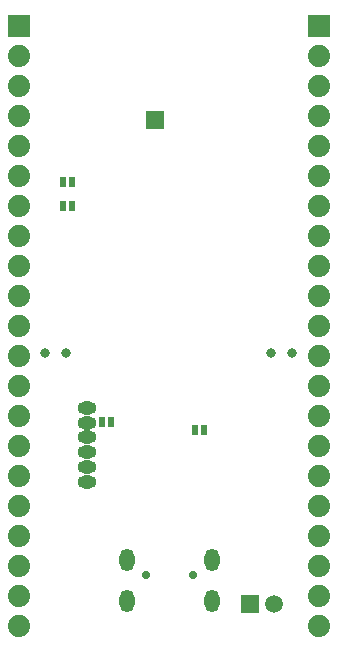
<source format=gbr>
G04 #@! TF.GenerationSoftware,KiCad,Pcbnew,5.1.6-c6e7f7d~87~ubuntu18.04.1*
G04 #@! TF.CreationDate,2020-11-11T15:50:36+02:00*
G04 #@! TF.ProjectId,ESP32-S2-DevKit-USB_Rev_B,45535033-322d-4533-922d-4465764b6974,B*
G04 #@! TF.SameCoordinates,Original*
G04 #@! TF.FileFunction,Soldermask,Bot*
G04 #@! TF.FilePolarity,Negative*
%FSLAX46Y46*%
G04 Gerber Fmt 4.6, Leading zero omitted, Abs format (unit mm)*
G04 Created by KiCad (PCBNEW 5.1.6-c6e7f7d~87~ubuntu18.04.1) date 2020-11-11 15:50:36*
%MOMM*%
%LPD*%
G01*
G04 APERTURE LIST*
%ADD10C,1.879600*%
%ADD11R,1.879600X1.879600*%
%ADD12C,1.501600*%
%ADD13R,1.501600X1.501600*%
%ADD14C,0.701600*%
%ADD15O,1.301600X1.901600*%
%ADD16C,0.801600*%
%ADD17R,0.609600X0.863600*%
%ADD18O,1.601600X1.101600*%
G04 APERTURE END LIST*
D10*
X156210000Y-118110000D03*
X156210000Y-74930000D03*
X156210000Y-72390000D03*
X156210000Y-69850000D03*
D11*
X156210000Y-67310000D03*
D10*
X156210000Y-77470000D03*
X156210000Y-80010000D03*
X156210000Y-85090000D03*
X156210000Y-82550000D03*
X156210000Y-87630000D03*
X156210000Y-90170000D03*
X156210000Y-95250000D03*
X156210000Y-92710000D03*
X156210000Y-97790000D03*
X156210000Y-100330000D03*
X156210000Y-105410000D03*
X156210000Y-102870000D03*
X156210000Y-113030000D03*
X156210000Y-115570000D03*
X156210000Y-110490000D03*
X156210000Y-107950000D03*
D12*
X152384760Y-116222780D03*
D13*
X150355300Y-116225320D03*
D14*
X141510000Y-113797000D03*
X145510000Y-113797000D03*
D15*
X139910000Y-115947000D03*
X139910000Y-112477000D03*
X147110000Y-112477000D03*
X147110000Y-115947000D03*
D16*
X134758000Y-94996000D03*
X132958000Y-94996000D03*
D17*
X135255000Y-82550000D03*
X134493000Y-82550000D03*
X135255000Y-80518000D03*
X134493000Y-80518000D03*
D16*
X152135000Y-94996000D03*
X153935000Y-94996000D03*
D10*
X130810000Y-118110000D03*
X130810000Y-74930000D03*
X130810000Y-72390000D03*
X130810000Y-69850000D03*
D11*
X130810000Y-67310000D03*
D10*
X130810000Y-77470000D03*
X130810000Y-80010000D03*
X130810000Y-85090000D03*
X130810000Y-82550000D03*
X130810000Y-87630000D03*
X130810000Y-90170000D03*
X130810000Y-95250000D03*
X130810000Y-92710000D03*
X130810000Y-97790000D03*
X130810000Y-100330000D03*
X130810000Y-105410000D03*
X130810000Y-102870000D03*
X130810000Y-113030000D03*
X130810000Y-115570000D03*
X130810000Y-110490000D03*
X130810000Y-107950000D03*
D13*
X142320000Y-75234000D03*
D17*
X146431000Y-101473000D03*
X145669000Y-101473000D03*
D18*
X136525000Y-105868000D03*
X136525000Y-104618000D03*
X136525000Y-103368000D03*
X136525000Y-102118000D03*
X136525000Y-100868000D03*
X136525000Y-99618000D03*
D17*
X137795000Y-100838000D03*
X138557000Y-100838000D03*
M02*

</source>
